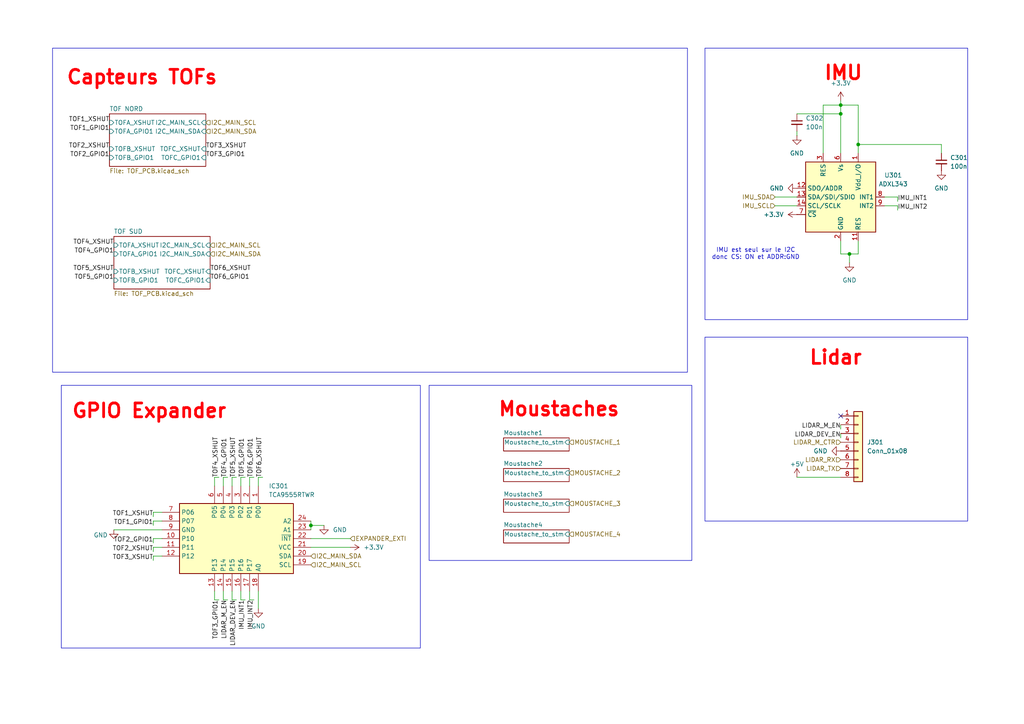
<source format=kicad_sch>
(kicad_sch (version 20231120) (generator "eeschema") (generator_version "8.0")
  (paper "A4")
  (lib_symbols
    (symbol "+3.3V_1" (power) (pin_numbers hide) (pin_names (offset 0) hide)
      (property "Value" "+3.3V" (at 0 3.556 0))
      (symbol "+3.3V_1_0_1"
        (polyline (pts (xy -0.762 1.27) (xy 0 2.54)))
        (polyline (pts (xy 0 0) (xy 0 2.54)))
        (polyline (pts (xy 0 2.54) (xy 0.762 1.27)))
      )
      (symbol "+3.3V_1_1_1"
        (pin power_in line (at 0 0 90) (length 0) (name "~") (number "1"))
      )
    )
    (symbol "Connector_Generic:Conn_01x08" (pin_names (offset 1.016) hide)
      (property "Reference" "J" (at 0 10.16 0))
      (property "Value" "Conn_01x08" (at 0 -12.7 0))
      (symbol "Conn_01x08_1_1"
        (rectangle (start -1.27 -10.033) (end 0 -10.287) (stroke (width 0.1524)))
        (rectangle (start -1.27 -7.493) (end 0 -7.747) (stroke (width 0.1524)))
        (rectangle (start -1.27 -4.953) (end 0 -5.207) (stroke (width 0.1524)))
        (rectangle (start -1.27 -2.413) (end 0 -2.667) (stroke (width 0.1524)))
        (rectangle (start -1.27 0.127) (end 0 -0.127) (stroke (width 0.1524)))
        (rectangle (start -1.27 2.667) (end 0 2.413) (stroke (width 0.1524)))
        (rectangle (start -1.27 5.207) (end 0 4.953) (stroke (width 0.1524)))
        (rectangle (start -1.27 7.747) (end 0 7.493) (stroke (width 0.1524)))
        (rectangle (start -1.27 8.89) (end 1.27 -11.43) (stroke (width 0.254)) (fill (type background)))
        (pin passive line (at -5.08 7.62 0) (length 3.81) (name "Pin_1") (number "1"))
        (pin passive line (at -5.08 5.08 0) (length 3.81) (name "Pin_2") (number "2"))
        (pin passive line (at -5.08 2.54 0) (length 3.81) (name "Pin_3") (number "3"))
        (pin passive line (at -5.08 0 0) (length 3.81) (name "Pin_4") (number "4"))
        (pin passive line (at -5.08 -2.54 0) (length 3.81) (name "Pin_5") (number "5"))
        (pin passive line (at -5.08 -5.08 0) (length 3.81) (name "Pin_6") (number "6"))
        (pin passive line (at -5.08 -7.62 0) (length 3.81) (name "Pin_7") (number "7"))
        (pin passive line (at -5.08 -10.16 0) (length 3.81) (name "Pin_8") (number "8"))
      )
    )
    (symbol "Device:C_Small" (pin_numbers hide) (pin_names (offset 0.254) hide)
      (property "Reference" "C" (at 0.254 1.778 0))
      (property "Value" "C_Small" (at 0.254 -2.032 0))
      (symbol "C_Small_0_1"
        (polyline (pts (xy -1.524 -0.508) (xy 1.524 -0.508)) (stroke (width 0.3302)))
        (polyline (pts (xy -1.524 0.508) (xy 1.524 0.508)) (stroke (width 0.3048)))
      )
      (symbol "C_Small_1_1"
        (pin passive line (at 0 2.54 270) (length 2.032) (name "~") (number "1"))
        (pin passive line (at 0 -2.54 90) (length 2.032) (name "~") (number "2"))
      )
    )
    (symbol "GND_1" (power) (pin_numbers hide) (pin_names (offset 0) hide)
      (property "Value" "GND" (at 0 -3.81 0))
      (symbol "GND_1_0_1"
        (polyline (pts (xy 0 0) (xy 0 -1.27) (xy 1.27 -1.27) (xy 0 -2.54) (xy -1.27 -1.27) (xy 0 -1.27)))
      )
      (symbol "GND_1_1_1"
        (pin power_in line (at 0 0 270) (length 0) (name "~") (number "1"))
      )
    )
    (symbol "GND_2" (power) (pin_numbers hide) (pin_names (offset 0) hide)
      (property "Value" "GND" (at 0 -3.81 0))
      (symbol "GND_2_0_1"
        (polyline (pts (xy 0 0) (xy 0 -1.27) (xy 1.27 -1.27) (xy 0 -2.54) (xy -1.27 -1.27) (xy 0 -1.27)))
      )
      (symbol "GND_2_1_1"
        (pin power_in line (at 0 0 270) (length 0) (name "~") (number "1"))
      )
    )
    (symbol "GND_3" (power) (pin_numbers hide) (pin_names (offset 0) hide)
      (property "Value" "GND" (at 0 -3.81 0))
      (symbol "GND_3_0_1"
        (polyline (pts (xy 0 0) (xy 0 -1.27) (xy 1.27 -1.27) (xy 0 -2.54) (xy -1.27 -1.27) (xy 0 -1.27)))
      )
      (symbol "GND_3_1_1"
        (pin power_in line (at 0 0 270) (length 0) (name "~") (number "1"))
      )
    )
    (symbol "Sensor_Motion:ADXL343"
      (property "Reference" "U301" (at 15.24 6.3186 0))
      (property "Value" "ADXL343" (at 15.24 3.7786 0))
      (symbol "ADXL343_0_1"
        (rectangle (start -10.16 10.16) (end 10.16 -10.16) (stroke (width 0.254)) (fill (type background)))
      )
      (symbol "ADXL343_1_1"
        (pin power_in line (at 5.08 12.7 270) (length 2.54) (name "Vdd_I/O") (number "1"))
        (pin no_connect line (at -5.08 -10.16 90) (length 2.54) hide (name "NC") (number "10"))
        (pin power_in line (at 5.08 -12.7 90) (length 2.54) (name "RES") (number "11"))
        (pin passive line (at -12.7 2.54 0) (length 2.54) (name "SDO/ADDR") (number "12"))
        (pin passive line (at -12.7 0 0) (length 2.54) (name "SDA/SDI/SDIO") (number "13"))
        (pin input line (at -12.7 -2.54 0) (length 2.54) (name "SCL/SCLK") (number "14"))
        (pin power_in line (at 0 -12.7 90) (length 2.54) (name "GND") (number "2"))
        (pin power_in line (at -5.08 12.7 270) (length 2.54) (name "RES") (number "3"))
        (pin passive line (at 0 -12.7 90) (length 2.54) hide (name "GND") (number "4"))
        (pin passive line (at 0 -12.7 90) (length 2.54) hide (name "GND") (number "5"))
        (pin power_in line (at 0 12.7 270) (length 2.54) (name "Vs") (number "6"))
        (pin input line (at -12.7 -5.08 0) (length 2.54) (name "~{CS}") (number "7"))
        (pin output line (at 12.7 0 180) (length 2.54) (name "INT1") (number "8"))
        (pin output line (at 12.7 -2.54 180) (length 2.54) (name "INT2") (number "9"))
      )
    )
    (symbol "TCA9555RTWR:TCA9555RTWR"
      (property "Reference" "IC301" (at 0 3.0165 90))
      (property "Value" "TCA9555RTWR" (at 2.54 3.0165 90))
      (symbol "TCA9555RTWR_1_1"
        (rectangle (start 5.08 10.16) (end 25.4 -22.86) (stroke (width 0.254)) (fill (type background)))
        (pin passive line (at 0 0 0) (length 5.08) (name "P00") (number "1"))
        (pin passive line (at 15.24 -27.94 90) (length 5.08) (name "P10") (number "10"))
        (pin passive line (at 17.78 -27.94 90) (length 5.08) (name "P11") (number "11"))
        (pin passive line (at 20.32 -27.94 90) (length 5.08) (name "P12") (number "12"))
        (pin passive line (at 30.48 -12.7 180) (length 5.08) (name "P13") (number "13"))
        (pin passive line (at 30.48 -10.16 180) (length 5.08) (name "P14") (number "14"))
        (pin passive line (at 30.48 -7.62 180) (length 5.08) (name "P15") (number "15"))
        (pin passive line (at 30.48 -5.08 180) (length 5.08) (name "P16") (number "16"))
        (pin passive line (at 30.48 -2.54 180) (length 5.08) (name "P17") (number "17"))
        (pin passive line (at 30.48 0 180) (length 5.08) (name "A0") (number "18"))
        (pin passive line (at 22.86 15.24 270) (length 5.08) (name "SCL") (number "19"))
        (pin passive line (at 0 -2.54 0) (length 5.08) (name "P01") (number "2"))
        (pin passive line (at 20.32 15.24 270) (length 5.08) (name "SDA") (number "20"))
        (pin power_in line (at 17.78 15.24 270) (length 5.08) (name "VCC") (number "21"))
        (pin passive line (at 15.24 15.24 270) (length 5.08) (name "~{INT}") (number "22"))
        (pin power_in line (at 12.7 15.24 270) (length 5.08) (name "A1") (number "23"))
        (pin power_in line (at 10.16 15.24 270) (length 5.08) (name "A2") (number "24"))
        (pin passive line (at 0 -5.08 0) (length 5.08) (name "P02") (number "3"))
        (pin passive line (at 0 -7.62 0) (length 5.08) (name "P03") (number "4"))
        (pin passive line (at 0 -10.16 0) (length 5.08) (name "P04") (number "5"))
        (pin passive line (at 0 -12.7 0) (length 5.08) (name "P05") (number "6"))
        (pin passive line (at 7.62 -27.94 90) (length 5.08) (name "P06") (number "7"))
        (pin passive line (at 10.16 -27.94 90) (length 5.08) (name "P07") (number "8"))
        (pin power_in line (at 12.7 -27.94 90) (length 5.08) (name "GND") (number "9"))
      )
    )
    (symbol "power:+5V" (power) (pin_names (offset 0))
      (property "Value" "+5V" (at 0 3.556 0))
      (symbol "+5V_0_1"
        (polyline (pts (xy -0.762 1.27) (xy 0 2.54)))
        (polyline (pts (xy 0 0) (xy 0 2.54)))
        (polyline (pts (xy 0 2.54) (xy 0.762 1.27)))
      )
      (symbol "+5V_1_1"
        (pin power_in line (at 0 0 90) (length 0) hide (name "+5V") (number "1"))
      )
    )
    (symbol "power:GND" (power) (pin_names (offset 0))
      (property "Value" "GND" (at 0 -3.81 0))
      (symbol "GND_0_1"
        (polyline (pts (xy 0 0) (xy 0 -1.27) (xy 1.27 -1.27) (xy 0 -2.54) (xy -1.27 -1.27) (xy 0 -1.27)))
      )
      (symbol "GND_1_1"
        (pin power_in line (at 0 0 270) (length 0) hide (name "GND") (number "1"))
      )
    )
  )
  (junction (at 243.84 30.48))
  (junction (at 248.92 41.91))
  (junction (at 243.84 33.02))
  (junction (at 90.17 152.4))
  (junction (at 246.38 73.66))
  (no_connect (at 243.84 120.65))
  (wire (pts (xy 67.31 173.99) (xy 68.58 173.99)))
  (wire (pts (xy 44.45 160.02) (xy 44.45 158.75)))
  (wire (pts (xy 44.45 148.59) (xy 46.99 148.59)))
  (wire (pts (xy 90.17 151.13) (xy 90.17 152.4)))
  (wire (pts (xy 69.85 173.99) (xy 69.85 171.45)))
  (wire (pts (xy 224.79 59.69) (xy 231.14 59.69)))
  (wire (pts (xy 231.14 33.02) (xy 243.84 33.02)))
  (wire (pts (xy 238.76 30.48) (xy 238.76 44.45)))
  (wire (pts (xy 93.98 152.4) (xy 90.17 152.4)))
  (wire (pts (xy 72.39 138.43) (xy 72.39 140.97)))
  (wire (pts (xy 63.5 138.43) (xy 62.23 138.43)))
  (wire (pts (xy 66.04 138.43) (xy 64.77 138.43)))
  (wire (pts (xy 260.35 57.15) (xy 256.54 57.15)))
  (wire (pts (xy 64.77 173.99) (xy 64.77 171.45)))
  (wire (pts (xy 44.45 158.75) (xy 46.99 158.75)))
  (wire (pts (xy 231.14 138.43) (xy 243.84 138.43)))
  (wire (pts (xy 44.45 152.4) (xy 44.45 151.13)))
  (wire (pts (xy 243.84 73.66) (xy 246.38 73.66)))
  (wire (pts (xy 243.84 33.02) (xy 243.84 44.45)))
  (wire (pts (xy 238.76 30.48) (xy 243.84 30.48)))
  (wire (pts (xy 273.05 41.91) (xy 273.05 44.45)))
  (wire (pts (xy 90.17 156.21) (xy 101.6 156.21)))
  (wire (pts (xy 260.35 60.96) (xy 260.35 59.69)))
  (wire (pts (xy 243.84 30.48) (xy 243.84 33.02)))
  (wire (pts (xy 67.31 138.43) (xy 67.31 140.97)))
  (wire (pts (xy 246.38 73.66) (xy 248.92 73.66)))
  (wire (pts (xy 243.84 30.48) (xy 248.92 30.48)))
  (wire (pts (xy 243.84 127) (xy 243.84 125.73)))
  (wire (pts (xy 248.92 73.66) (xy 248.92 69.85)))
  (wire (pts (xy 73.66 138.43) (xy 72.39 138.43)))
  (wire (pts (xy 68.58 138.43) (xy 67.31 138.43)))
  (wire (pts (xy 243.84 124.46) (xy 243.84 123.19)))
  (wire (pts (xy 74.93 176.53) (xy 74.93 171.45)))
  (wire (pts (xy 62.23 171.45) (xy 62.23 173.99)))
  (wire (pts (xy 246.38 73.66) (xy 246.38 76.2)))
  (wire (pts (xy 243.84 29.21) (xy 243.84 30.48)))
  (wire (pts (xy 69.85 138.43) (xy 69.85 140.97)))
  (wire (pts (xy 44.45 157.48) (xy 44.45 156.21)))
  (wire (pts (xy 44.45 151.13) (xy 46.99 151.13)))
  (wire (pts (xy 72.39 173.99) (xy 72.39 171.45)))
  (wire (pts (xy 71.12 138.43) (xy 69.85 138.43)))
  (wire (pts (xy 90.17 158.75) (xy 101.6 158.75)))
  (wire (pts (xy 33.02 153.67) (xy 46.99 153.67)))
  (wire (pts (xy 76.2 138.43) (xy 74.93 138.43)))
  (wire (pts (xy 248.92 41.91) (xy 248.92 44.45)))
  (wire (pts (xy 64.77 138.43) (xy 64.77 140.97)))
  (wire (pts (xy 248.92 30.48) (xy 248.92 41.91)))
  (wire (pts (xy 224.79 57.15) (xy 231.14 57.15)))
  (wire (pts (xy 44.45 156.21) (xy 46.99 156.21)))
  (wire (pts (xy 231.14 38.1) (xy 231.14 39.37)))
  (wire (pts (xy 73.66 173.99) (xy 72.39 173.99)))
  (wire (pts (xy 74.93 138.43) (xy 74.93 140.97)))
  (wire (pts (xy 67.31 171.45) (xy 67.31 173.99)))
  (wire (pts (xy 44.45 162.56) (xy 44.45 161.29)))
  (wire (pts (xy 66.04 173.99) (xy 64.77 173.99)))
  (wire (pts (xy 63.5 173.99) (xy 62.23 173.99)))
  (wire (pts (xy 71.12 173.99) (xy 69.85 173.99)))
  (wire (pts (xy 248.92 41.91) (xy 273.05 41.91)))
  (wire (pts (xy 90.17 152.4) (xy 90.17 153.67)))
  (wire (pts (xy 44.45 161.29) (xy 46.99 161.29)))
  (wire (pts (xy 260.35 58.42) (xy 260.35 57.15)))
  (wire (pts (xy 44.45 149.86) (xy 44.45 148.59)))
  (wire (pts (xy 260.35 59.69) (xy 256.54 59.69)))
  (wire (pts (xy 62.23 138.43) (xy 62.23 140.97)))
  (wire (pts (xy 243.84 69.85) (xy 243.84 73.66)))
  (rectangle (start 204.47 97.79) (end 280.67 151.13))
  (rectangle (start 204.47 13.97) (end 280.67 92.71))
  (rectangle (start 15.24 13.97) (end 199.39 107.95))
  (rectangle (start 124.46 111.76) (end 200.66 162.56))
  (rectangle (start 17.78 111.76) (end 121.92 187.96))
  (text "GPIO Expander\n" (at 20.574 121.666 0) (effects (font (size 4 4) (thickness 0.8) (bold yes)) (justify left bottom)))
  (text "Moustaches\n" (at 144.272 121.158 0) (effects (font (size 4 4) (thickness 0.8) (bold yes)) (justify left bottom)))
  (text "IMU" (at 238.76 23.622 0) (effects (font (size 4 4) (bold yes)) (justify left bottom)))
  (text "Lidar" (at 234.442 106.172 0) (effects (font (size 4 4) (thickness 0.8) (bold yes)) (justify left bottom)))
  (text "IMU est seul sur le I2C\ndonc CS: ON et ADDR:GND\n" (at 219.202 73.66 0) (effects (font (size 1.27 1.27))))
  (text "Capteurs TOFs" (at 19.05 24.892 0) (effects (font (size 4 4) (thickness 0.8) (bold yes)) (justify left bottom)))
  (label "TOF5_XSHUT" (at 68.58 138.43 90))
  (label "TOF6_XSHUT" (at 60.96 78.74 0))
  (label "TOF2_GPIO1" (at 44.45 157.48 180))
  (label "TOF6_GPIO1" (at 60.96 81.28 0))
  (label "IMU_INT2" (at 260.35 60.96 0))
  (label "IMU_INT1" (at 71.12 173.99 270))
  (label "TOF1_GPIO1" (at 44.45 152.4 180))
  (label "LIDAR_DEV_EN" (at 243.84 127 180))
  (label "TOF4_XSHUT" (at 63.5 138.43 90))
  (label "TOF2_GPIO1" (at 31.75 45.72 180))
  (label "TOF1_XSHUT" (at 44.45 149.86 180))
  (label "TOF3_GPIO1" (at 63.5 173.99 270))
  (label "TOF3_GPIO1" (at 59.69 45.72 0))
  (label "TOF3_XSHUT" (at 44.45 162.56 180))
  (label "TOF1_XSHUT" (at 31.75 35.56 180))
  (label "TOF4_GPIO1" (at 66.04 138.43 90))
  (label "TOF2_XSHUT" (at 44.45 160.02 180))
  (label "TOF1_GPIO1" (at 31.75 38.1 180))
  (label "TOF4_XSHUT" (at 33.02 71.12 180))
  (label "IMU_INT2" (at 73.66 173.99 270))
  (label "TOF2_XSHUT" (at 31.75 43.18 180))
  (label "TOF5_GPIO1" (at 33.02 81.28 180))
  (label "TOF3_XSHUT" (at 59.69 43.18 0))
  (label "LIDAR_M_EN" (at 66.04 173.99 270) (effects (font (thickness 0.1588))))
  (label "IMU_INT1" (at 260.35 58.42 0))
  (label "TOF5_GPIO1" (at 71.12 138.43 90))
  (label "LIDAR_DEV_EN" (at 68.58 173.99 270) (effects (font (thickness 0.1588))))
  (label "TOF5_XSHUT" (at 33.02 78.74 180))
  (label "TOF6_XSHUT" (at 76.2 138.43 90))
  (label "TOF6_GPIO1" (at 73.66 138.43 90))
  (label "TOF4_GPIO1" (at 33.02 73.66 180))
  (label "LIDAR_M_EN" (at 243.84 124.46 180))
  (hierarchical_label "LIDAR_TX" (shape input) (at 243.84 135.89 180))
  (hierarchical_label "I2C_MAIN_SCL" (shape input) (at 90.17 163.83 0))
  (hierarchical_label "LIDAR_RX" (shape input) (at 243.84 133.35 180))
  (hierarchical_label "EXPANDER_EXTI" (shape input) (at 101.6 156.21 0))
  (hierarchical_label "MOUSTACHE_3" (shape input) (at 165.1 146.05 0))
  (hierarchical_label "I2C_MAIN_SDA" (shape input) (at 90.17 161.29 0))
  (hierarchical_label "I2C_MAIN_SDA" (shape input) (at 59.69 38.1 0))
  (hierarchical_label "I2C_MAIN_SDA" (shape input) (at 60.96 73.66 0))
  (hierarchical_label "LIDAR_M_CTR" (shape input) (at 243.84 128.27 180))
  (hierarchical_label "I2C_MAIN_SCL" (shape input) (at 60.96 71.12 0))
  (hierarchical_label "IMU_SCL" (shape input) (at 224.79 59.69 180))
  (hierarchical_label "IMU_SDA" (shape input) (at 224.79 57.15 180))
  (hierarchical_label "MOUSTACHE_2" (shape input) (at 165.1 137.16 0))
  (hierarchical_label "MOUSTACHE_1" (shape input) (at 165.1 128.27 0))
  (hierarchical_label "I2C_MAIN_SCL" (shape input) (at 59.69 35.56 0))
  (hierarchical_label "MOUSTACHE_4" (shape input) (at 165.1 154.94 0))
  (symbol (lib_name "+3.3V_1") (lib_id "power:+3.3V") (at 231.14 62.23 90) (unit 1)
    (property "Reference" "#PWR0304" (effects (hide yes)))
    (property "Value" "+3.3V" (at 227.33 62.2299 90) (effects (justify left)))
    (property "Description" "Power symbol creates a global label with name \"+3.3V\"" (effects (hide yes)))
  )
  (symbol (lib_name "GND_1") (lib_id "power:GND") (at 231.14 54.61 270) (unit 1)
    (property "Reference" "#PWR0303" (effects (hide yes)))
    (property "Value" "GND" (at 227.33 54.6099 90) (effects (justify right)))
    (property "Description" "Power symbol creates a global label with name \"GND\" , ground" (effects (hide yes)))
  )
  (symbol (lib_name "+3.3V_1") (lib_id "power:+3.3V") (at 243.84 29.21 0) (unit 1)
    (property "Reference" "#PWR0301" (effects (hide yes)))
    (property "Value" "+3.3V" (at 243.84 24.13 0))
    (property "Description" "Power symbol creates a global label with name \"+3.3V\"" (effects (hide yes)))
  )
  (symbol (lib_name "GND_2") (lib_id "power:GND") (at 273.05 49.53 0) (unit 1)
    (property "Reference" "#PWR0302" (effects (hide yes)))
    (property "Value" "GND" (at 273.05 54.61 0))
    (property "Description" "Power symbol creates a global label with name \"GND\" , ground" (effects (hide yes)))
  )
  (symbol (lib_id "power:+5V") (at 231.14 138.43 0) (unit 1)
    (property "Reference" "#PWR0307" (effects (hide yes)))
    (property "Value" "+5V" (at 231.14 134.62 0))
  )
  (symbol (lib_id "power:GND") (at 246.38 76.2 0) (unit 1)
    (property "Reference" "#PWR0305" (effects (hide yes)))
    (property "Value" "GND" (at 246.38 81.28 0))
    (property "Description" "Power symbol creates a global label with name \"GND\" , ground" (effects (hide yes)))
  )
  (symbol (lib_id "Device:C_Small") (at 273.05 46.99 0) (unit 1)
    (property "Reference" "C301" (at 275.59 45.7262 0) (effects (justify left)))
    (property "Value" "100n" (at 275.59 48.2662 0) (effects (justify left)))
    (property "Footprint" "Capacitor_SMD:C_0402_1005Metric" (effects (hide yes)))
    (property "Description" "Unpolarized capacitor, small symbol" (effects (hide yes)))
  )
  (symbol (lib_name "+3.3V_1") (lib_id "power:+3.3V") (at 101.6 158.75 270) (unit 1)
    (property "Reference" "#PWR0312" (effects (hide yes)))
    (property "Value" "+3.3V" (at 105.41 158.7499 90) (effects (justify left)))
    (property "Description" "Power symbol creates a global label with name \"+3.3V\"" (effects (hide yes)))
  )
  (symbol (lib_name "GND_3") (lib_id "power:GND") (at 243.84 130.81 270) (unit 1)
    (property "Reference" "#PWR0306" (effects (hide yes)))
    (property "Value" "GND" (at 240.03 130.8099 90) (effects (justify right)))
    (property "Description" "Power symbol creates a global label with name \"GND\" , ground" (effects (hide yes)))
  )
  (symbol (lib_id "Sensor_Motion:ADXL343") (at 243.84 57.15 0) (unit 1)
    (property "Reference" "U301" (at 259.08 50.8314 0))
    (property "Value" "ADXL343" (at 259.08 53.3714 0))
    (property "Footprint" "Tom&Jerry:PQFN80P300X500X100-14N" (effects (hide yes)))
    (property "Datasheet" "https://www.analog.com/media/en/technical-documentation/data-sheets/ADXL343.pdf" (effects (hide yes)))
    (property "Description" "3-Axis MEMS Accelerometer, 2/4/8/16g range, I2C/SPI, LGA-14" (effects (hide yes)))
  )
  (symbol (lib_id "TCA9555RTWR:TCA9555RTWR") (at 74.93 140.97 270) (unit 1)
    (property "Reference" "IC301" (at 77.9465 140.97 90) (effects (justify left)))
    (property "Value" "TCA9555RTWR" (at 77.9465 143.51 90) (effects (justify left)))
    (property "Footprint" "Tom&Jerry:RTW24_2P45X2P45" (effects (hide yes)))
    (property "Datasheet" "http://www.ti.com/lit/gpn/tca9555" (effects (hide yes)))
    (property "Description" "1.65 to 5.5V 16-Bit I2C and SMBus I/O Expander With Interrupt Output and Configuration Registers" (effects (hide yes)))
    (property "Height" "0.8" (effects (hide yes)))
    (property "Manufacturer_Name" "Texas Instruments" (effects (hide yes)))
    (property "Manufacturer_Part_Number" "TCA9555RTWR" (effects (hide yes)))
    (property "Mouser Part Number" "595-TCA9555RTWR" (effects (hide yes)))
    (property "Mouser Price/Stock" "https://www.mouser.co.uk/ProductDetail/Texas-Instruments/TCA9555RTWR?qs=O3wcJz4o8IcrHWYYvhjJoA%3D%3D" (effects (hide yes)))
    (property "Arrow Part Number" "TCA9555RTWR" (effects (hide yes)))
    (property "Arrow Price/Stock" "https://www.arrow.com/en/products/tca9555rtwr/texas-instruments?region=nac" (effects (hide yes)))
  )
  (symbol (lib_id "power:GND") (at 93.98 152.4 0) (unit 1)
    (property "Reference" "#PWR0308" (effects (hide yes)))
    (property "Value" "GND" (at 96.52 153.6699 0) (effects (justify left)))
    (property "Description" "Power symbol creates a global label with name \"GND\" , ground" (effects (hide yes)))
  )
  (symbol (lib_name "GND_2") (lib_id "power:GND") (at 231.14 39.37 0) (unit 1)
    (property "Reference" "#PWR0314" (effects (hide yes)))
    (property "Value" "GND" (at 231.14 44.45 0))
    (property "Description" "Power symbol creates a global label with name \"GND\" , ground" (effects (hide yes)))
  )
  (symbol (lib_id "power:GND") (at 33.02 153.67 0) (unit 1)
    (property "Reference" "#PWR0309" (effects (hide yes)))
    (property "Value" "GND" (at 31.242 155.194 0) (effects (justify right)))
    (property "Description" "Power symbol creates a global label with name \"GND\" , ground" (effects (hide yes)))
  )
  (symbol (lib_id "Device:C_Small") (at 231.14 35.56 0) (unit 1)
    (property "Reference" "C302" (at 233.68 34.2962 0) (effects (justify left)))
    (property "Value" "100n" (at 233.68 36.8362 0) (effects (justify left)))
    (property "Footprint" "Capacitor_SMD:C_0603_1608Metric" (effects (hide yes)))
    (property "Description" "Unpolarized capacitor, small symbol" (effects (hide yes)))
  )
  (symbol (lib_id "power:GND") (at 74.93 176.53 0) (unit 1)
    (property "Reference" "#PWR0311" (effects (hide yes)))
    (property "Value" "GND" (at 74.93 181.61 0))
    (property "Description" "Power symbol creates a global label with name \"GND\" , ground" (effects (hide yes)))
  )
  (symbol (lib_id "Connector_Generic:Conn_01x08") (at 248.92 128.27 0) (unit 1)
    (property "Reference" "J301" (at 251.46 128.2699 0) (effects (justify left)))
    (property "Value" "Conn_01x08" (at 251.46 130.8099 0) (effects (justify left)))
    (property "Footprint" "Connector_JST:JST_XH_S8B-XH-A_1x08_P2.50mm_Horizontal" (effects (hide yes)))
    (property "Description" "Generic connector, single row, 01x08, script generated (kicad-library-utils/schlib/autogen/connector/)" (effects (hide yes)))
  )
  (sheet (at 146.05 153.67) (size 19.05 3.81) (stroke (width 0.1524))
    (property "Sheetname" "Moustache4" (at 146.05 152.9584 0) (effects (justify left bottom)))
    (property "Sheetfile" "Moustache_out.kicad_sch" (effects (hide yes)))
    (pin "Moustache_to_stm" input (at 165.1 154.94 0))
  )
  (sheet (at 31.75 33.02) (size 27.94 15.24) (stroke (width 0.1524))
    (property "Sheetname" "TOF NORD" (at 31.75 32.3084 0) (effects (justify left bottom)))
    (property "Sheetfile" "TOF_PCB.kicad_sch" (at 31.75 48.8446 0) (effects (justify left top)))
    (pin "TOFA_GPIO1" input (at 31.75 38.1 180))
    (pin "TOFB_XSHUT" input (at 31.75 43.18 180))
    (pin "TOFA_XSHUT" input (at 31.75 35.56 180))
    (pin "TOFB_GPIO1" input (at 31.75 45.72 180))
    (pin "TOFC_XSHUT" input (at 59.69 43.18 0))
    (pin "I2C_MAIN_SCL" input (at 59.69 35.56 0))
    (pin "I2C_MAIN_SDA" input (at 59.69 38.1 0))
    (pin "TOFC_GPIO1" input (at 59.69 45.72 0))
  )
  (sheet (at 33.02 68.58) (size 27.94 15.24) (stroke (width 0.1524))
    (property "Sheetname" "TOF SUD" (at 33.02 67.8684 0) (effects (justify left bottom)))
    (property "Sheetfile" "TOF_PCB.kicad_sch" (at 33.02 84.4046 0) (effects (justify left top)))
    (pin "TOFA_GPIO1" input (at 33.02 73.66 180))
    (pin "TOFB_XSHUT" input (at 33.02 78.74 180))
    (pin "TOFA_XSHUT" input (at 33.02 71.12 180))
    (pin "TOFB_GPIO1" input (at 33.02 81.28 180))
    (pin "TOFC_XSHUT" input (at 60.96 78.74 0))
    (pin "I2C_MAIN_SCL" input (at 60.96 71.12 0))
    (pin "I2C_MAIN_SDA" input (at 60.96 73.66 0))
    (pin "TOFC_GPIO1" input (at 60.96 81.28 0))
  )
  (sheet (at 146.05 127) (size 19.05 3.81) (stroke (width 0.1524))
    (property "Sheetname" "Moustache1" (at 146.05 126.2884 0) (effects (justify left bottom)))
    (property "Sheetfile" "Moustache_out.kicad_sch" (effects (hide yes)))
    (pin "Moustache_to_stm" input (at 165.1 128.27 0))
  )
  (sheet (at 146.05 144.78) (size 19.05 3.81) (stroke (width 0.1524))
    (property "Sheetname" "Moustache3" (at 146.05 144.0684 0) (effects (justify left bottom)))
    (property "Sheetfile" "Moustache_out.kicad_sch" (effects (hide yes)))
    (pin "Moustache_to_stm" input (at 165.1 146.05 0))
  )
  (sheet (at 146.05 135.89) (size 19.05 3.81) (stroke (width 0.1524))
    (property "Sheetname" "Moustache2" (at 146.05 135.1784 0) (effects (justify left bottom)))
    (property "Sheetfile" "Moustache_out.kicad_sch" (effects (hide yes)))
    (pin "Moustache_to_stm" input (at 165.1 137.16 0))
  )
)
</source>
